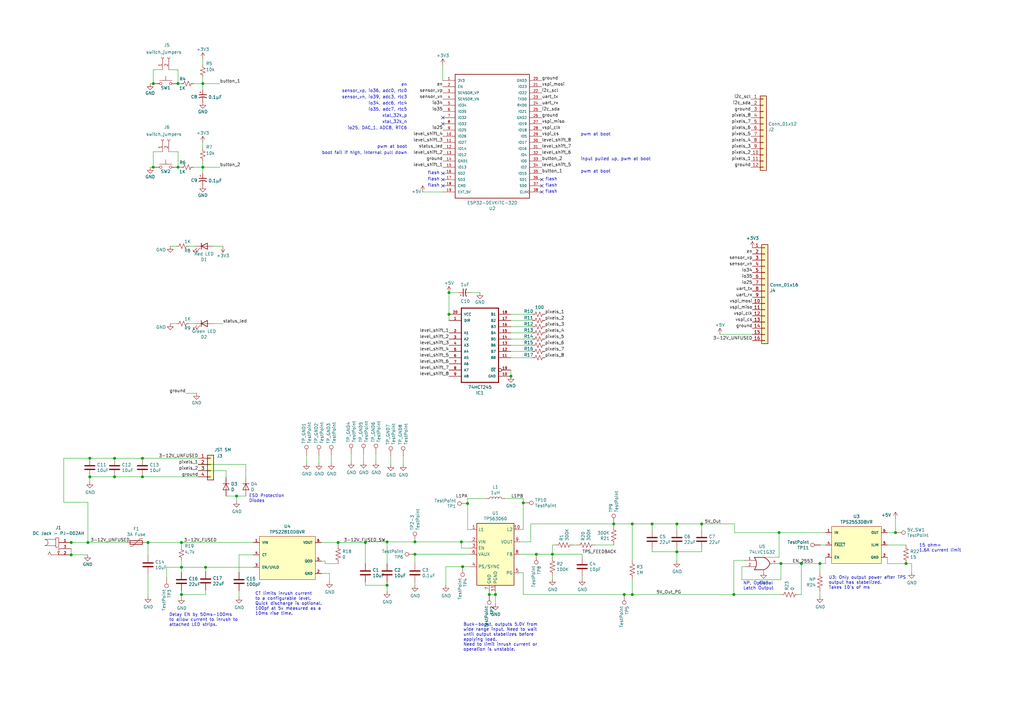
<source format=kicad_sch>
(kicad_sch (version 20201015) (generator eeschema)
  (page 1 1)
  (paper "A3")
  (junction (at 29.21 222.504) (diameter 1.016))
  (junction (at 29.21 227.584) (diameter 1.016))
  (junction (at 36.068 222.504) (diameter 1.016))
  (junction (at 36.83 187.96) (diameter 1.016))
  (junction (at 36.83 195.58) (diameter 1.016))
  (junction (at 46.99 187.96) (diameter 1.016))
  (junction (at 46.99 195.58) (diameter 1.016))
  (junction (at 58.42 187.96) (diameter 1.016))
  (junction (at 58.42 195.58) (diameter 1.016))
  (junction (at 60.706 222.504) (diameter 1.016))
  (junction (at 62.865 34.29) (diameter 1.016))
  (junction (at 62.865 68.58) (diameter 1.016))
  (junction (at 73.025 34.29) (diameter 1.016))
  (junction (at 73.025 68.58) (diameter 1.016))
  (junction (at 74.422 222.504) (diameter 1.016))
  (junction (at 74.422 232.664) (diameter 1.016))
  (junction (at 74.422 243.84) (diameter 1.016))
  (junction (at 83.185 34.29) (diameter 1.016))
  (junction (at 83.185 68.58) (diameter 1.016))
  (junction (at 84.328 232.664) (diameter 1.016))
  (junction (at 97.028 203.454) (diameter 1.016))
  (junction (at 138.684 222.504) (diameter 1.016))
  (junction (at 149.86 222.504) (diameter 1.016))
  (junction (at 158.75 222.25) (diameter 1.016))
  (junction (at 158.75 240.03) (diameter 1.016))
  (junction (at 170.18 222.25) (diameter 1.016))
  (junction (at 170.18 227.33) (diameter 1.016))
  (junction (at 184.15 120.015) (diameter 1.016))
  (junction (at 184.15 128.905) (diameter 1.016))
  (junction (at 189.23 222.25) (diameter 1.016))
  (junction (at 189.738 232.41) (diameter 1.016))
  (junction (at 191.77 206.502) (diameter 1.016))
  (junction (at 200.66 243.84) (diameter 1.016))
  (junction (at 203.2 243.84) (diameter 1.016))
  (junction (at 209.55 154.305) (diameter 1.016))
  (junction (at 214.63 206.248) (diameter 1.016))
  (junction (at 219.964 227.33) (diameter 1.016))
  (junction (at 226.568 227.33) (diameter 1.016))
  (junction (at 251.714 214.884) (diameter 1.016))
  (junction (at 256.032 243.84) (diameter 1.016))
  (junction (at 259.334 214.884) (diameter 1.016))
  (junction (at 259.334 243.84) (diameter 1.016))
  (junction (at 267.462 214.884) (diameter 1.016))
  (junction (at 277.622 214.884) (diameter 1.016))
  (junction (at 277.622 226.314) (diameter 1.016))
  (junction (at 287.782 214.884) (diameter 1.016))
  (junction (at 300.99 243.84) (diameter 1.016))
  (junction (at 319.532 218.44) (diameter 1.016))
  (junction (at 320.294 231.14) (diameter 1.016))
  (junction (at 328.676 231.14) (diameter 1.016))
  (junction (at 336.296 231.14) (diameter 1.016))
  (junction (at 367.284 218.44) (diameter 1.016))
  (junction (at 371.602 231.14) (diameter 1.016))
  (no_connect (at 181.61 48.26))
  (no_connect (at 181.61 76.2))
  (no_connect (at 181.61 50.8))
  (no_connect (at 222.25 73.66))
  (no_connect (at 181.61 73.66))
  (no_connect (at 222.25 78.74))
  (no_connect (at 181.61 71.12))
  (no_connect (at 222.25 76.2))
  (wire (pts (xy 26.162 187.96) (xy 26.162 205.994)))
  (wire (pts (xy 26.162 205.994) (xy 36.068 205.994)))
  (wire (pts (xy 29.083 222.4786) (xy 29.21 222.4786)))
  (wire (pts (xy 29.21 222.4786) (xy 29.21 222.504)))
  (wire (pts (xy 29.21 222.504) (xy 36.068 222.504)))
  (wire (pts (xy 29.21 225.044) (xy 29.21 227.584)))
  (wire (pts (xy 29.21 227.584) (xy 35.941 227.584)))
  (wire (pts (xy 35.941 227.584) (xy 35.941 227.5586)))
  (wire (pts (xy 36.068 205.994) (xy 36.068 222.504)))
  (wire (pts (xy 36.068 222.504) (xy 52.07 222.504)))
  (wire (pts (xy 36.83 187.96) (xy 26.162 187.96)))
  (wire (pts (xy 36.83 187.96) (xy 46.99 187.96)))
  (wire (pts (xy 36.83 195.58) (xy 36.83 197.612)))
  (wire (pts (xy 36.83 195.58) (xy 46.99 195.58)))
  (wire (pts (xy 46.99 187.96) (xy 58.42 187.96)))
  (wire (pts (xy 46.99 195.58) (xy 58.42 195.58)))
  (wire (pts (xy 58.42 187.96) (xy 81.28 187.96)))
  (wire (pts (xy 58.42 195.58) (xy 81.28 195.58)))
  (wire (pts (xy 59.69 222.504) (xy 60.706 222.504)))
  (wire (pts (xy 60.706 222.504) (xy 60.706 227.838)))
  (wire (pts (xy 60.706 222.504) (xy 74.422 222.504)))
  (wire (pts (xy 60.706 235.458) (xy 60.706 244.602)))
  (wire (pts (xy 61.595 34.29) (xy 62.865 34.29)))
  (wire (pts (xy 61.595 68.58) (xy 62.865 68.58)))
  (wire (pts (xy 62.865 28.575) (xy 66.675 28.575)))
  (wire (pts (xy 62.865 34.29) (xy 62.865 28.575)))
  (wire (pts (xy 62.865 62.23) (xy 66.675 62.23)))
  (wire (pts (xy 62.865 68.58) (xy 62.865 62.23)))
  (wire (pts (xy 68.326 232.664) (xy 68.326 236.982)))
  (wire (pts (xy 68.326 232.664) (xy 74.422 232.664)))
  (wire (pts (xy 69.215 28.575) (xy 73.025 28.575)))
  (wire (pts (xy 69.215 62.23) (xy 73.025 62.23)))
  (wire (pts (xy 69.85 100.965) (xy 72.39 100.965)))
  (wire (pts (xy 69.85 132.715) (xy 72.39 132.715)))
  (wire (pts (xy 73.025 28.575) (xy 73.025 34.29)))
  (wire (pts (xy 73.025 34.29) (xy 74.295 34.29)))
  (wire (pts (xy 73.025 62.23) (xy 73.025 68.58)))
  (wire (pts (xy 73.025 68.58) (xy 74.295 68.58)))
  (wire (pts (xy 74.422 222.504) (xy 74.422 224.536)))
  (wire (pts (xy 74.422 222.504) (xy 103.886 222.504)))
  (wire (pts (xy 74.422 229.616) (xy 74.422 232.664)))
  (wire (pts (xy 74.422 232.664) (xy 74.422 234.696)))
  (wire (pts (xy 74.422 232.664) (xy 84.328 232.664)))
  (wire (pts (xy 74.422 242.316) (xy 74.422 243.84)))
  (wire (pts (xy 74.422 243.84) (xy 74.422 245.11)))
  (wire (pts (xy 76.2 161.29) (xy 80.645 161.29)))
  (wire (pts (xy 77.47 100.965) (xy 80.01 100.965)))
  (wire (pts (xy 77.47 132.715) (xy 80.01 132.715)))
  (wire (pts (xy 79.375 34.29) (xy 83.185 34.29)))
  (wire (pts (xy 79.375 68.58) (xy 83.185 68.58)))
  (wire (pts (xy 81.28 190.5) (xy 100.838 190.5)))
  (wire (pts (xy 81.28 193.04) (xy 92.71 193.04)))
  (wire (pts (xy 83.185 24.13) (xy 83.185 26.67)))
  (wire (pts (xy 83.185 31.75) (xy 83.185 34.29)))
  (wire (pts (xy 83.185 34.29) (xy 83.185 36.83)))
  (wire (pts (xy 83.185 34.29) (xy 90.17 34.29)))
  (wire (pts (xy 83.185 58.42) (xy 83.185 60.96)))
  (wire (pts (xy 83.185 66.04) (xy 83.185 68.58)))
  (wire (pts (xy 83.185 68.58) (xy 83.185 71.12)))
  (wire (pts (xy 83.185 68.58) (xy 90.17 68.58)))
  (wire (pts (xy 84.328 232.664) (xy 103.886 232.664)))
  (wire (pts (xy 84.328 234.442) (xy 84.328 232.664)))
  (wire (pts (xy 84.328 242.062) (xy 84.328 243.84)))
  (wire (pts (xy 84.328 243.84) (xy 74.422 243.84)))
  (wire (pts (xy 87.63 100.965) (xy 91.44 100.965)))
  (wire (pts (xy 87.63 132.715) (xy 91.44 132.715)))
  (wire (pts (xy 92.71 193.04) (xy 92.71 195.834)))
  (wire (pts (xy 92.71 203.454) (xy 97.028 203.454)))
  (wire (pts (xy 97.028 203.454) (xy 97.028 205.486)))
  (wire (pts (xy 97.028 203.454) (xy 100.838 203.454)))
  (wire (pts (xy 98.044 227.584) (xy 98.044 234.696)))
  (wire (pts (xy 98.044 242.316) (xy 98.044 244.856)))
  (wire (pts (xy 100.838 190.5) (xy 100.838 195.834)))
  (wire (pts (xy 103.886 227.584) (xy 98.044 227.584)))
  (wire (pts (xy 125.73 186.69) (xy 125.73 189.992)))
  (wire (pts (xy 130.81 186.69) (xy 130.81 189.992)))
  (wire (pts (xy 131.826 222.504) (xy 138.684 222.504)))
  (wire (pts (xy 131.826 230.124) (xy 133.35 230.124)))
  (wire (pts (xy 131.826 235.204) (xy 135.128 235.204)))
  (wire (pts (xy 133.35 231.14) (xy 133.35 230.124)))
  (wire (pts (xy 135.128 235.204) (xy 135.128 238.506)))
  (wire (pts (xy 135.89 186.69) (xy 135.89 189.992)))
  (wire (pts (xy 138.684 222.504) (xy 138.684 223.52)))
  (wire (pts (xy 138.684 222.504) (xy 149.86 222.504)))
  (wire (pts (xy 138.684 231.14) (xy 133.35 231.14)))
  (wire (pts (xy 144.018 186.182) (xy 144.018 189.484)))
  (wire (pts (xy 149.098 186.182) (xy 149.098 189.484)))
  (wire (pts (xy 149.86 222.25) (xy 149.86 222.504)))
  (wire (pts (xy 149.86 222.504) (xy 149.86 231.14)))
  (wire (pts (xy 149.86 238.76) (xy 149.86 240.03)))
  (wire (pts (xy 149.86 240.03) (xy 158.75 240.03)))
  (wire (pts (xy 154.178 186.182) (xy 154.178 189.484)))
  (wire (pts (xy 158.75 222.25) (xy 149.86 222.25)))
  (wire (pts (xy 158.75 222.25) (xy 158.75 231.14)))
  (wire (pts (xy 158.75 238.76) (xy 158.75 240.03)))
  (wire (pts (xy 158.75 240.03) (xy 158.75 242.57)))
  (wire (pts (xy 160.274 187.198) (xy 160.274 190.5)))
  (wire (pts (xy 165.354 187.198) (xy 165.354 190.5)))
  (wire (pts (xy 170.18 222.25) (xy 158.75 222.25)))
  (wire (pts (xy 170.18 227.33) (xy 170.18 231.14)))
  (wire (pts (xy 170.18 238.76) (xy 170.18 240.03)))
  (wire (pts (xy 173.355 78.74) (xy 181.61 78.74)))
  (wire (pts (xy 181.61 26.67) (xy 181.61 33.02)))
  (wire (pts (xy 182.88 232.41) (xy 182.88 240.03)))
  (wire (pts (xy 184.15 120.015) (xy 184.15 128.905)))
  (wire (pts (xy 184.15 120.015) (xy 187.96 120.015)))
  (wire (pts (xy 184.15 128.905) (xy 184.15 131.445)))
  (wire (pts (xy 189.23 222.25) (xy 170.18 222.25)))
  (wire (pts (xy 189.23 224.79) (xy 189.23 222.25)))
  (wire (pts (xy 189.738 232.41) (xy 182.88 232.41)))
  (wire (pts (xy 191.77 204.47) (xy 191.77 206.502)))
  (wire (pts (xy 191.77 206.502) (xy 191.77 217.17)))
  (wire (pts (xy 191.77 217.17) (xy 193.04 217.17)))
  (wire (pts (xy 193.04 120.015) (xy 196.85 120.015)))
  (wire (pts (xy 193.04 222.25) (xy 189.23 222.25)))
  (wire (pts (xy 193.04 224.79) (xy 189.23 224.79)))
  (wire (pts (xy 193.04 227.33) (xy 170.18 227.33)))
  (wire (pts (xy 193.04 232.41) (xy 189.738 232.41)))
  (wire (pts (xy 199.39 204.47) (xy 191.77 204.47)))
  (wire (pts (xy 200.66 242.57) (xy 200.66 243.84)))
  (wire (pts (xy 200.66 243.84) (xy 203.2 243.84)))
  (wire (pts (xy 203.2 242.57) (xy 203.2 243.84)))
  (wire (pts (xy 203.2 243.84) (xy 203.2 247.65)))
  (wire (pts (xy 207.01 204.47) (xy 214.63 204.47)))
  (wire (pts (xy 209.55 128.905) (xy 218.44 128.905)))
  (wire (pts (xy 209.55 131.445) (xy 218.44 131.445)))
  (wire (pts (xy 209.55 133.985) (xy 218.44 133.985)))
  (wire (pts (xy 209.55 136.525) (xy 218.44 136.525)))
  (wire (pts (xy 209.55 139.065) (xy 218.44 139.065)))
  (wire (pts (xy 209.55 141.605) (xy 218.44 141.605)))
  (wire (pts (xy 209.55 144.145) (xy 218.44 144.145)))
  (wire (pts (xy 209.55 146.685) (xy 218.44 146.685)))
  (wire (pts (xy 209.55 151.765) (xy 209.55 154.305)))
  (wire (pts (xy 213.36 217.17) (xy 214.63 217.17)))
  (wire (pts (xy 213.36 222.25) (xy 217.678 222.25)))
  (wire (pts (xy 213.36 227.33) (xy 219.964 227.33)))
  (wire (pts (xy 214.63 204.47) (xy 214.63 206.248)))
  (wire (pts (xy 214.63 206.248) (xy 214.63 217.17)))
  (wire (pts (xy 214.63 234.95) (xy 213.36 234.95)))
  (wire (pts (xy 214.63 243.84) (xy 214.63 234.95)))
  (wire (pts (xy 217.678 214.884) (xy 251.714 214.884)))
  (wire (pts (xy 217.678 222.25) (xy 217.678 214.884)))
  (wire (pts (xy 219.964 227.33) (xy 226.568 227.33)))
  (wire (pts (xy 226.568 223.52) (xy 226.568 227.33)))
  (wire (pts (xy 226.568 227.33) (xy 226.568 228.6)))
  (wire (pts (xy 226.568 227.33) (xy 238.76 227.33)))
  (wire (pts (xy 226.568 236.22) (xy 226.568 237.49)))
  (wire (pts (xy 227.584 223.52) (xy 226.568 223.52)))
  (wire (pts (xy 235.204 223.52) (xy 236.474 223.52)))
  (wire (pts (xy 238.76 227.33) (xy 238.76 228.6)))
  (wire (pts (xy 238.76 236.22) (xy 238.76 237.49)))
  (wire (pts (xy 244.094 223.52) (xy 251.714 223.52)))
  (wire (pts (xy 251.714 214.884) (xy 251.714 215.9)))
  (wire (pts (xy 251.714 214.884) (xy 259.334 214.884)))
  (wire (pts (xy 256.032 243.84) (xy 214.63 243.84)))
  (wire (pts (xy 259.334 214.884) (xy 259.334 229.87)))
  (wire (pts (xy 259.334 214.884) (xy 267.462 214.884)))
  (wire (pts (xy 259.334 237.49) (xy 259.334 243.84)))
  (wire (pts (xy 259.334 243.84) (xy 256.032 243.84)))
  (wire (pts (xy 259.334 243.84) (xy 300.99 243.84)))
  (wire (pts (xy 267.462 214.884) (xy 277.622 214.884)))
  (wire (pts (xy 267.462 217.424) (xy 267.462 214.884)))
  (wire (pts (xy 267.462 226.314) (xy 267.462 225.044)))
  (wire (pts (xy 277.622 214.884) (xy 277.622 217.424)))
  (wire (pts (xy 277.622 214.884) (xy 287.782 214.884)))
  (wire (pts (xy 277.622 225.044) (xy 277.622 226.314)))
  (wire (pts (xy 277.622 226.314) (xy 267.462 226.314)))
  (wire (pts (xy 277.622 226.314) (xy 277.622 230.124)))
  (wire (pts (xy 287.782 214.884) (xy 287.782 217.424)))
  (wire (pts (xy 287.782 214.884) (xy 301.244 214.884)))
  (wire (pts (xy 287.782 225.044) (xy 287.782 226.314)))
  (wire (pts (xy 287.782 226.314) (xy 277.622 226.314)))
  (wire (pts (xy 295.275 137.16) (xy 308.61 137.16)))
  (wire (pts (xy 300.99 229.87) (xy 300.99 243.84)))
  (wire (pts (xy 300.99 243.84) (xy 320.04 243.84)))
  (wire (pts (xy 301.244 214.884) (xy 301.244 218.44)))
  (wire (pts (xy 301.244 218.44) (xy 319.532 218.44)))
  (wire (pts (xy 304.292 232.41) (xy 304.292 237.744)))
  (wire (pts (xy 304.292 237.744) (xy 320.294 237.744)))
  (wire (pts (xy 305.562 229.87) (xy 300.99 229.87)))
  (wire (pts (xy 305.562 232.41) (xy 304.292 232.41)))
  (wire (pts (xy 313.182 228.6) (xy 319.532 228.6)))
  (wire (pts (xy 313.182 233.68) (xy 313.182 234.696)))
  (wire (pts (xy 319.532 218.44) (xy 338.582 218.44)))
  (wire (pts (xy 319.532 228.6) (xy 319.532 218.44)))
  (wire (pts (xy 319.532 231.14) (xy 320.294 231.14)))
  (wire (pts (xy 320.294 231.14) (xy 328.676 231.14)))
  (wire (pts (xy 320.294 237.744) (xy 320.294 231.14)))
  (wire (pts (xy 327.66 243.84) (xy 328.676 243.84)))
  (wire (pts (xy 328.676 231.14) (xy 336.296 231.14)))
  (wire (pts (xy 328.676 243.84) (xy 328.676 231.14)))
  (wire (pts (xy 336.296 231.14) (xy 336.296 234.95)))
  (wire (pts (xy 336.296 231.14) (xy 338.582 231.14)))
  (wire (pts (xy 336.296 242.57) (xy 336.296 244.602)))
  (wire (pts (xy 336.55 223.52) (xy 338.582 223.52)))
  (wire (pts (xy 338.582 228.6) (xy 338.582 231.14)))
  (wire (pts (xy 363.982 218.44) (xy 367.284 218.44)))
  (wire (pts (xy 363.982 223.52) (xy 371.602 223.52)))
  (wire (pts (xy 363.982 228.6) (xy 363.982 231.14)))
  (wire (pts (xy 363.982 231.14) (xy 371.602 231.14)))
  (wire (pts (xy 367.284 218.44) (xy 367.284 212.598)))
  (wire (pts (xy 371.602 231.14) (xy 373.888 231.14)))
  (wire (pts (xy 373.888 231.14) (xy 373.888 234.696)))
  (text "Delay EN by 50ms-100ms\nto allow current to inrush to\nattached LED strips." (at 69.342 257.048 0) (effects (font (size 1.27 1.27)) (justify left bottom)))
  (text "ESD Protection\nDiodes" (at 102.108 206.248 0) (effects (font (size 1.27 1.27)) (justify left bottom)))
  (text "CT limits inrush current \nto a configurable level.\nQuick discharge is optional.\n100pf at 5v measured as a \n10ms rise time." (at 104.648 252.476 0) (effects (font (size 1.27 1.27)) (justify left bottom)))
  (text "en" (at 167.005 35.56 180) (effects (font (size 1.27 1.27)) (justify right bottom)))
  (text "sensor_vp, io36, adc0, rtc0" (at 167.005 38.1 180) (effects (font (size 1.27 1.27)) (justify right bottom)))
  (text "sensor_vn, io39, adc3, rtc3" (at 167.005 40.64 180) (effects (font (size 1.27 1.27)) (justify right bottom)))
  (text "io34, adc6, rtc4" (at 167.005 43.18 180) (effects (font (size 1.27 1.27)) (justify right bottom)))
  (text "io35, adc7, rtc5" (at 167.005 45.72 180) (effects (font (size 1.27 1.27)) (justify right bottom)))
  (text "xtal_32k_p" (at 167.005 48.26 180) (effects (font (size 1.27 1.27)) (justify right bottom)))
  (text "xtal_32k_n" (at 167.005 50.8 180) (effects (font (size 1.27 1.27)) (justify right bottom)))
  (text "io25, DAC_1, ADC8, RTC6" (at 167.005 53.34 180) (effects (font (size 1.27 1.27)) (justify right bottom)))
  (text "pwm at boot" (at 167.005 60.96 180) (effects (font (size 1.27 1.27)) (justify right bottom)))
  (text "boot fail if high, internal pull down" (at 167.005 63.5 180) (effects (font (size 1.27 1.27)) (justify right bottom)))
  (text "flash\n" (at 180.34 71.755 180) (effects (font (size 1.27 1.27)) (justify right bottom)))
  (text "flash\n" (at 180.34 74.295 180) (effects (font (size 1.27 1.27)) (justify right bottom)))
  (text "flash\n" (at 180.34 76.835 180) (effects (font (size 1.27 1.27)) (justify right bottom)))
  (text "Buck-boost, outputs 5.0V from\nwide range input. Need to wait\nuntil output stabelizes before\napplying load.\nNeed to limit inrush current or\noperation is unstable." (at 189.992 267.208 0) (effects (font (size 1.27 1.27)) (justify left bottom)))
  (text "flash\n" (at 228.6 74.295 180) (effects (font (size 1.27 1.27)) (justify right bottom)))
  (text "flash\n" (at 228.6 76.835 180) (effects (font (size 1.27 1.27)) (justify right bottom)))
  (text "flash\n" (at 228.6 79.375 180) (effects (font (size 1.27 1.27)) (justify right bottom)))
  (text "pwm at boot" (at 238.125 55.88 0) (effects (font (size 1.27 1.27)) (justify left bottom)))
  (text "input pulled up, pwm at boot" (at 238.125 66.04 0) (effects (font (size 1.27 1.27)) (justify left bottom)))
  (text "pwm at boot" (at 238.125 71.12 0) (effects (font (size 1.27 1.27)) (justify left bottom)))
  (text "NP, Optional\nLatch Output" (at 304.8 242.062 0) (effects (font (size 1.27 1.27)) (justify left bottom)))
  (text "U3: Only output power after TPS\noutput has stabelized. \nTakes 10's of ms" (at 339.852 241.808 0) (effects (font (size 1.27 1.27)) (justify left bottom)))
  (text "15 ohm=\n1.6A current limit" (at 376.936 226.568 0) (effects (font (size 1.27 1.27)) (justify left bottom)))
  (label "3-12V_UNFUSED" (at 37.084 222.504 0))
  (label "ground" (at 76.2 161.29 180))
  (label "3-12V_UNFUSED" (at 81.28 187.96 180))
  (label "pixels_1" (at 81.28 190.5 180))
  (label "pixels_2" (at 81.28 193.04 180))
  (label "ground" (at 81.28 195.58 180))
  (label "3-12V_FUSED" (at 88.9 222.504 180))
  (label "button_1" (at 90.17 34.29 0))
  (label "button_2" (at 90.17 68.58 0))
  (label "status_led" (at 91.44 132.715 0))
  (label "3-12V_FUSED_SW" (at 140.97 222.504 0))
  (label "en" (at 181.61 35.56 180))
  (label "sensor_vp" (at 181.61 38.1 180))
  (label "sensor_vn" (at 181.61 40.64 180))
  (label "io34" (at 181.61 43.18 180))
  (label "io35" (at 181.61 45.72 180))
  (label "io25" (at 181.61 53.34 180))
  (label "level_shift_4" (at 181.61 55.88 180))
  (label "level_shift_3" (at 181.61 58.42 180))
  (label "status_led" (at 181.61 60.96 180))
  (label "level_shift_2" (at 181.61 63.5 180))
  (label "ground" (at 181.61 66.04 180))
  (label "level_shift_1" (at 181.61 68.58 180))
  (label "level_shift_1" (at 184.15 136.525 180))
  (label "level_shift_2" (at 184.15 139.065 180))
  (label "level_shift_3" (at 184.15 141.605 180))
  (label "level_shift_4" (at 184.15 144.145 180))
  (label "level_shift_5" (at 184.15 146.685 180))
  (label "level_shift_6" (at 184.15 149.225 180))
  (label "level_shift_7" (at 184.15 151.765 180))
  (label "level_shift_8" (at 184.15 154.305 180))
  (label "L1PA" (at 191.77 204.47 180))
  (label "L1PB" (at 214.63 204.47 180))
  (label "ground" (at 222.25 33.02 0))
  (label "vspi_mosi" (at 222.25 35.56 0))
  (label "i2c_scl" (at 222.25 38.1 0))
  (label "uart_tx" (at 222.25 40.64 0))
  (label "uart_rx" (at 222.25 43.18 0))
  (label "i2c_sda" (at 222.25 45.72 0))
  (label "ground" (at 222.25 48.26 0))
  (label "vspi_miso" (at 222.25 50.8 0))
  (label "vspi_clk" (at 222.25 53.34 0))
  (label "vspi_cs" (at 222.25 55.88 0))
  (label "level_shift_8" (at 222.25 58.42 0))
  (label "level_shift_7" (at 222.25 60.96 0))
  (label "level_shift_6" (at 222.25 63.5 0))
  (label "button_2" (at 222.25 66.04 0))
  (label "level_shift_5" (at 222.25 68.58 0))
  (label "button_1" (at 222.25 71.12 0))
  (label "pixels_1" (at 223.52 128.905 0))
  (label "pixels_2" (at 223.52 131.445 0))
  (label "pixels_3" (at 223.52 133.985 0))
  (label "pixels_4" (at 223.52 136.525 0))
  (label "pixels_5" (at 223.52 139.065 0))
  (label "pixels_6" (at 223.52 141.605 0))
  (label "pixels_7" (at 223.52 144.145 0))
  (label "pixels_8" (at 223.52 146.685 0))
  (label "TPS_FEEDBACK" (at 238.76 227.33 0))
  (label "5V_Out_PG" (at 279.4 243.84 180))
  (label "5V_Out" (at 295.656 214.884 180))
  (label "i2c_scl" (at 307.975 40.64 180))
  (label "i2c_sda" (at 307.975 43.18 180))
  (label "ground" (at 307.975 45.72 180))
  (label "pixels_8" (at 307.975 48.26 180))
  (label "pixels_7" (at 307.975 50.8 180))
  (label "pixels_6" (at 307.975 53.34 180))
  (label "pixels_5" (at 307.975 55.88 180))
  (label "pixels_4" (at 307.975 58.42 180))
  (label "pixels_3" (at 307.975 60.96 180))
  (label "pixels_2" (at 307.975 63.5 180))
  (label "pixels_1" (at 307.975 66.04 180))
  (label "ground" (at 307.975 68.58 180))
  (label "en" (at 308.61 104.14 180))
  (label "sensor_vp" (at 308.61 106.68 180))
  (label "sensor_vn" (at 308.61 109.22 180))
  (label "io34" (at 308.61 111.76 180))
  (label "io35" (at 308.61 114.3 180))
  (label "io25" (at 308.61 116.84 180))
  (label "uart_tx" (at 308.61 119.38 180))
  (label "uart_rx" (at 308.61 121.92 180))
  (label "vspi_mosi" (at 308.61 124.46 180))
  (label "vspi_miso" (at 308.61 127 180))
  (label "vspi_clk" (at 308.61 129.54 180))
  (label "vspi_cs" (at 308.61 132.08 180))
  (label "ground" (at 308.61 134.62 180))
  (label "3-12V_UNFUSED" (at 308.61 139.7 180))
  (label "EN_2553" (at 333.502 231.14 180))
  (symbol (lib_id "Connector:TestPoint") (at 68.326 236.982 180) (unit 1)
    (property "Reference" "TP3" (at 69.469 241.681 90) (effects (justify left)))
    (property "Value" "TestPoint" (at 67.183 241.681 90) (effects (justify left)))
    (property "Footprint" "TestPoint:TestPoint_Pad_D1.0mm" (effects hide))
  )
  (symbol (lib_id "Connector:TestPoint") (at 125.73 186.69 0) (unit 1)
    (property "Reference" "TP_GND1" (at 124.587 181.991 90) (effects (justify left)))
    (property "Value" "TestPoint" (at 126.873 181.991 90) (effects (justify left)))
    (property "Footprint" "TestPoint:TestPoint_Pad_D1.0mm" (effects hide))
  )
  (symbol (lib_id "Connector:TestPoint") (at 130.81 186.69 0) (unit 1)
    (property "Reference" "TP_GND2" (at 129.667 181.991 90) (effects (justify left)))
    (property "Value" "TestPoint" (at 131.953 181.991 90) (effects (justify left)))
    (property "Footprint" "TestPoint:TestPoint_Pad_D1.0mm" (effects hide))
  )
  (symbol (lib_id "Connector:TestPoint") (at 135.89 186.69 0) (unit 1)
    (property "Reference" "TP_GND3" (at 134.747 181.991 90) (effects (justify left)))
    (property "Value" "TestPoint" (at 137.033 181.991 90) (effects (justify left)))
    (property "Footprint" "TestPoint:TestPoint_Pad_D1.0mm" (effects hide))
  )
  (symbol (lib_id "Connector:TestPoint") (at 144.018 186.182 0) (unit 1)
    (property "Reference" "TP_GND4" (at 142.875 181.483 90) (effects (justify left)))
    (property "Value" "TestPoint" (at 145.161 181.483 90) (effects (justify left)))
    (property "Footprint" "TestPoint:TestPoint_Pad_D1.0mm" (effects hide))
  )
  (symbol (lib_id "Connector:TestPoint") (at 149.098 186.182 0) (unit 1)
    (property "Reference" "TP_GND5" (at 147.955 181.483 90) (effects (justify left)))
    (property "Value" "TestPoint" (at 150.241 181.483 90) (effects (justify left)))
    (property "Footprint" "TestPoint:TestPoint_Pad_D1.0mm" (effects hide))
  )
  (symbol (lib_id "Connector:TestPoint") (at 154.178 186.182 0) (unit 1)
    (property "Reference" "TP_GND6" (at 153.035 181.483 90) (effects (justify left)))
    (property "Value" "TestPoint" (at 155.321 181.483 90) (effects (justify left)))
    (property "Footprint" "TestPoint:TestPoint_Pad_D1.0mm" (effects hide))
  )
  (symbol (lib_id "Connector:TestPoint") (at 160.274 187.198 0) (unit 1)
    (property "Reference" "TP_GND7" (at 159.131 182.499 90) (effects (justify left)))
    (property "Value" "TestPoint" (at 161.417 182.499 90) (effects (justify left)))
    (property "Footprint" "TestPoint:TestPoint_Pad_D1.0mm" (effects hide))
  )
  (symbol (lib_id "Connector:TestPoint") (at 165.354 187.198 0) (unit 1)
    (property "Reference" "TP_GND8" (at 164.211 182.499 90) (effects (justify left)))
    (property "Value" "TestPoint" (at 166.497 182.499 90) (effects (justify left)))
    (property "Footprint" "TestPoint:TestPoint_Pad_D1.0mm" (effects hide))
  )
  (symbol (lib_id "Connector:TestPoint") (at 170.18 222.25 0) (unit 1)
    (property "Reference" "TP2-3" (at 169.037 217.551 90) (effects (justify left)))
    (property "Value" "TestPoint" (at 171.323 217.551 90) (effects (justify left)))
    (property "Footprint" "TestPoint:TestPoint_Pad_D1.0mm" (effects hide))
  )
  (symbol (lib_id "Connector:TestPoint") (at 170.18 227.33 90) (unit 1)
    (property "Reference" "TP6" (at 165.481 228.473 90) (effects (justify left)))
    (property "Value" "TestPoint" (at 165.481 226.187 90) (effects (justify left)))
    (property "Footprint" "TestPoint:TestPoint_Pad_D1.0mm" (effects hide))
  )
  (symbol (lib_id "Connector:TestPoint") (at 189.738 232.41 180) (unit 1)
    (property "Reference" "TP4" (at 190.881 237.109 90) (effects (justify left)))
    (property "Value" "TestPoint" (at 188.595 237.109 90) (effects (justify left)))
    (property "Footprint" "TestPoint:TestPoint_Pad_D1.0mm" (effects hide))
  )
  (symbol (lib_id "Connector:TestPoint") (at 191.77 206.502 90) (unit 1)
    (property "Reference" "TP1" (at 187.071 207.645 90) (effects (justify left)))
    (property "Value" "TestPoint" (at 187.071 205.359 90) (effects (justify left)))
    (property "Footprint" "TestPoint:TestPoint_Pad_D1.0mm" (effects hide))
  )
  (symbol (lib_id "Connector:TestPoint") (at 200.66 243.84 180) (unit 1)
    (property "Reference" "TP2" (at 201.8032 248.539 90) (effects (justify left)))
    (property "Value" "TestPoint" (at 199.517 248.539 90) (effects (justify left)))
    (property "Footprint" "TestPoint:TestPoint_Pad_D1.0mm" (effects hide))
  )
  (symbol (lib_id "Connector:TestPoint") (at 214.63 206.248 270) (unit 1)
    (property "Reference" "TP10" (at 219.329 205.105 90) (effects (justify left)))
    (property "Value" "TestPoint" (at 219.329 207.391 90) (effects (justify left)))
    (property "Footprint" "TestPoint:TestPoint_Pad_D1.0mm" (effects hide))
  )
  (symbol (lib_id "Connector:TestPoint") (at 219.964 227.33 180) (unit 1)
    (property "Reference" "TP8" (at 221.107 232.029 90) (effects (justify left)))
    (property "Value" "TestPoint" (at 218.821 232.029 90) (effects (justify left)))
    (property "Footprint" "TestPoint:TestPoint_Pad_D1.0mm" (effects hide))
  )
  (symbol (lib_id "Connector:TestPoint") (at 251.714 214.884 0) (unit 1)
    (property "Reference" "TP9" (at 250.571 210.185 90) (effects (justify left)))
    (property "Value" "TestPoint" (at 252.857 210.185 90) (effects (justify left)))
    (property "Footprint" "TestPoint:TestPoint_Pad_D1.0mm" (effects hide))
  )
  (symbol (lib_id "Connector:TestPoint") (at 256.032 243.84 180) (unit 1)
    (property "Reference" "TP5" (at 257.1752 248.539 90) (effects (justify left)))
    (property "Value" "TestPoint" (at 254.889 248.539 90) (effects (justify left)))
    (property "Footprint" "TestPoint:TestPoint_Pad_D1.0mm" (effects hide))
  )
  (symbol (lib_id "Connector:TestPoint") (at 336.55 223.52 90) (unit 1)
    (property "Reference" "TP11" (at 331.851 224.6632 90) (effects (justify left)))
    (property "Value" "TestPoint" (at 331.851 222.377 90) (effects (justify left)))
    (property "Footprint" "TestPoint:TestPoint_Pad_D1.0mm" (effects hide))
  )
  (symbol (lib_id "Connector:TestPoint") (at 367.284 218.44 270) (unit 1)
    (property "Reference" "5V_SW1" (at 371.983 217.297 90) (effects (justify left)))
    (property "Value" "TestPoint" (at 371.983 219.583 90) (effects (justify left)))
    (property "Footprint" "TestPoint:TestPoint_Pad_D1.0mm" (effects hide))
  )
  (symbol (lib_id "power:+3.3V") (at 83.185 24.13 0) (unit 1)
    (property "Reference" "#PWR0102" (effects hide))
    (property "Value" "+3.3V" (at 83.185 20.2438 0))
  )
  (symbol (lib_id "power:+3.3V") (at 83.185 58.42 0) (unit 1)
    (property "Reference" "#PWR0103" (effects hide))
    (property "Value" "+3.3V" (at 83.185 54.5338 0))
  )
  (symbol (lib_id "power:+3.3V") (at 91.44 100.965 180) (unit 1)
    (property "Reference" "#PWR03" (effects hide))
    (property "Value" "+3.3V" (at 91.44 104.8512 0))
  )
  (symbol (lib_id "power:+5V") (at 173.355 78.74 0) (unit 1)
    (property "Reference" "#PWR017" (effects hide))
    (property "Value" "+5V" (at 170.815 78.5368 0))
  )
  (symbol (lib_id "power:+3.3V") (at 181.61 26.67 0) (unit 1)
    (property "Reference" "#PWR019" (effects hide))
    (property "Value" "+3.3V" (at 181.61 22.7838 0))
  )
  (symbol (lib_id "power:+5V") (at 184.15 120.015 0) (unit 1)
    (property "Reference" "#PWR028" (effects hide))
    (property "Value" "+5V" (at 184.15 116.1034 0))
  )
  (symbol (lib_id "power:+5V") (at 295.275 137.16 0) (unit 1)
    (property "Reference" "#PWR0105" (effects hide))
    (property "Value" "+5V" (at 295.275 133.2484 0))
  )
  (symbol (lib_id "power:+3.3V") (at 308.61 101.6 0) (unit 1)
    (property "Reference" "#PWR0101" (effects hide))
    (property "Value" "+3.3V" (at 308.61 97.7138 0))
  )
  (symbol (lib_id "power:+5V") (at 367.284 212.598 0) (unit 1)
    (property "Reference" "#PWR035" (effects hide))
    (property "Value" "+5V" (at 363.474 211.2264 0))
  )
  (symbol (lib_id "Device:L") (at 203.2 204.47 90) (unit 1)
    (property "Reference" "L1" (at 203.2 199.7456 90))
    (property "Value" "1uH" (at 203.2 202.057 90))
    (property "Footprint" "Inductor_SMD:L_Taiyo-Yuden_NR-40xx_HandSoldering" (effects hide))
    (property "Supplier" "DigiKey" (effects hide))
    (property "DigiKeyPN" "587-2888-1-ND" (effects hide))
    (property "DigiKey100" "0.179" (effects hide))
    (property "Mouser100" "0.171" (effects hide))
    (property "MouserPN" "963-NRS4018T1R0NDGJ" (effects hide))
  )
  (symbol (lib_id "power:GND") (at 35.941 227.5586 0) (unit 1)
    (property "Reference" "#PWR02" (effects hide))
    (property "Value" "GND" (at 35.941 231.4702 0))
  )
  (symbol (lib_id "power:GND") (at 36.83 197.612 0) (unit 1)
    (property "Reference" "#PWR0114" (effects hide))
    (property "Value" "GND" (at 36.957 201.93 0))
  )
  (symbol (lib_id "power:GND") (at 60.706 244.602 0) (unit 1)
    (property "Reference" "#PWR0112" (effects hide))
    (property "Value" "GND" (at 60.833 248.92 0))
  )
  (symbol (lib_id "power:GND") (at 61.595 34.29 0) (unit 1)
    (property "Reference" "#PWR06" (effects hide))
    (property "Value" "GND" (at 61.595 38.2016 0))
  )
  (symbol (lib_id "power:GND") (at 61.595 68.58 0) (unit 1)
    (property "Reference" "#PWR05" (effects hide))
    (property "Value" "GND" (at 61.595 72.4916 0))
  )
  (symbol (lib_id "power:GND") (at 69.85 100.965 0) (unit 1)
    (property "Reference" "#PWR01" (effects hide))
    (property "Value" "GND" (at 66.04 102.4382 0))
  )
  (symbol (lib_id "power:GND") (at 69.85 132.715 0) (unit 1)
    (property "Reference" "#PWR0104" (effects hide))
    (property "Value" "GND" (at 66.04 134.1882 0))
  )
  (symbol (lib_id "power:GND") (at 74.422 245.11 0) (unit 1)
    (property "Reference" "#PWR0115" (effects hide))
    (property "Value" "GND" (at 74.549 249.428 0))
  )
  (symbol (lib_id "power:GND") (at 80.645 161.29 0) (unit 1)
    (property "Reference" "#PWR027" (effects hide))
    (property "Value" "GND" (at 80.645 165.2016 0))
  )
  (symbol (lib_id "power:GND") (at 83.185 41.91 0) (unit 1)
    (property "Reference" "#PWR014" (effects hide))
    (property "Value" "GND" (at 83.185 45.8216 0))
  )
  (symbol (lib_id "power:GND") (at 83.185 76.2 0) (unit 1)
    (property "Reference" "#PWR011" (effects hide))
    (property "Value" "GND" (at 83.185 80.1116 0))
  )
  (symbol (lib_id "power:GND") (at 97.028 205.486 0) (unit 1)
    (property "Reference" "#PWR0122" (effects hide))
    (property "Value" "GND" (at 97.155 209.804 0))
  )
  (symbol (lib_id "power:GND") (at 98.044 244.856 0) (unit 1)
    (property "Reference" "#PWR0111" (effects hide))
    (property "Value" "GND" (at 98.171 249.174 0))
  )
  (symbol (lib_id "power:GND") (at 125.73 189.992 0) (unit 1)
    (property "Reference" "#PWR0109" (effects hide))
    (property "Value" "GND" (at 125.857 194.31 0))
  )
  (symbol (lib_id "power:GND") (at 130.81 189.992 0) (unit 1)
    (property "Reference" "#PWR0110" (effects hide))
    (property "Value" "GND" (at 130.937 194.31 0))
  )
  (symbol (lib_id "power:GND") (at 135.128 238.506 0) (unit 1)
    (property "Reference" "#PWR0107" (effects hide))
    (property "Value" "GND" (at 135.255 242.824 0))
  )
  (symbol (lib_id "power:GND") (at 135.89 189.992 0) (unit 1)
    (property "Reference" "#PWR0108" (effects hide))
    (property "Value" "GND" (at 136.017 194.31 0))
  )
  (symbol (lib_id "power:GND") (at 144.018 189.484 0) (unit 1)
    (property "Reference" "#PWR0117" (effects hide))
    (property "Value" "GND" (at 144.145 193.802 0))
  )
  (symbol (lib_id "power:GND") (at 149.098 189.484 0) (unit 1)
    (property "Reference" "#PWR0118" (effects hide))
    (property "Value" "GND" (at 149.225 193.802 0))
  )
  (symbol (lib_id "power:GND") (at 154.178 189.484 0) (unit 1)
    (property "Reference" "#PWR0119" (effects hide))
    (property "Value" "GND" (at 154.305 193.802 0))
  )
  (symbol (lib_id "power:GND") (at 158.75 242.57 0) (unit 1)
    (property "Reference" "#PWR08" (effects hide))
    (property "Value" "GND" (at 158.877 246.888 0))
  )
  (symbol (lib_id "power:GND") (at 160.274 190.5 0) (unit 1)
    (property "Reference" "#PWR0121" (effects hide))
    (property "Value" "GND" (at 160.401 194.818 0))
  )
  (symbol (lib_id "power:GND") (at 165.354 190.5 0) (unit 1)
    (property "Reference" "#PWR0120" (effects hide))
    (property "Value" "GND" (at 165.481 194.818 0))
  )
  (symbol (lib_id "power:GND") (at 170.18 240.03 0) (unit 1)
    (property "Reference" "#PWR012" (effects hide))
    (property "Value" "GND" (at 170.307 244.348 0))
  )
  (symbol (lib_id "power:GND") (at 182.88 240.03 0) (unit 1)
    (property "Reference" "#PWR016" (effects hide))
    (property "Value" "GND" (at 183.007 244.348 0))
  )
  (symbol (lib_id "power:GND") (at 196.85 120.015 0) (unit 1)
    (property "Reference" "#PWR032" (effects hide))
    (property "Value" "GND" (at 196.85 123.9266 0))
  )
  (symbol (lib_id "power:GND") (at 203.2 247.65 0) (unit 1)
    (property "Reference" "#PWR020" (effects hide))
    (property "Value" "GND" (at 203.327 251.968 0))
  )
  (symbol (lib_id "power:GND") (at 209.55 154.305 0) (unit 1)
    (property "Reference" "#PWR034" (effects hide))
    (property "Value" "GND" (at 209.55 158.2166 0))
  )
  (symbol (lib_id "power:GND") (at 226.568 237.49 0) (unit 1)
    (property "Reference" "#PWR021" (effects hide))
    (property "Value" "GND" (at 226.695 241.808 0))
  )
  (symbol (lib_id "power:GND") (at 238.76 237.49 0) (unit 1)
    (property "Reference" "#PWR022" (effects hide))
    (property "Value" "GND" (at 238.887 241.808 0))
  )
  (symbol (lib_id "power:GND") (at 277.622 230.124 0) (unit 1)
    (property "Reference" "#PWR033" (effects hide))
    (property "Value" "GND" (at 277.749 234.442 0))
  )
  (symbol (lib_id "power:GND") (at 313.182 234.696 0) (unit 1)
    (property "Reference" "#PWR0116" (effects hide))
    (property "Value" "GND" (at 313.309 239.014 0))
  )
  (symbol (lib_id "power:GND") (at 336.296 244.602 0) (unit 1)
    (property "Reference" "#PWR0113" (effects hide))
    (property "Value" "GND" (at 336.423 248.92 0))
  )
  (symbol (lib_id "power:GND") (at 373.888 234.696 0) (unit 1)
    (property "Reference" "#PWR0106" (effects hide))
    (property "Value" "GND" (at 374.015 239.014 0))
  )
  (symbol (lib_id "Device:R_Small_US") (at 74.422 227.076 0) (unit 1)
    (property "Reference" "R19" (at 75.692 223.9264 0) (effects (justify left)))
    (property "Value" "4.7k" (at 75.692 226.4156 0) (effects (justify left)))
    (property "Footprint" "Resistor_SMD:R_0402_1005Metric" (effects hide))
    (property "LCSC" "C25900" (effects hide))
  )
  (symbol (lib_id "Device:R_Small_US") (at 74.93 100.965 270) (unit 1)
    (property "Reference" "R8" (at 75.5396 102.8446 90) (effects (justify left)))
    (property "Value" "1K" (at 75.5904 99.0854 90) (effects (justify left)))
    (property "Footprint" "Resistor_SMD:R_0402_1005Metric" (effects hide))
    (property "LCSC" "C11702" (effects hide))
  )
  (symbol (lib_id "Device:R_Small_US") (at 74.93 132.715 270) (unit 1)
    (property "Reference" "R9" (at 75.5396 134.5946 90) (effects (justify left)))
    (property "Value" "1K" (at 75.5904 130.8354 90) (effects (justify left)))
    (property "Footprint" "Resistor_SMD:R_0402_1005Metric" (effects hide))
    (property "LCSC" "C11702" (effects hide))
  )
  (symbol (lib_id "Device:R_Small_US") (at 76.835 34.29 90) (unit 1)
    (property "Reference" "R4" (at 76.2254 32.4104 90) (effects (justify left)))
    (property "Value" "1K" (at 76.1746 36.1696 90) (effects (justify left)))
    (property "Footprint" "Resistor_SMD:R_0402_1005Metric" (effects hide))
    (property "LCSC" "C11702" (effects hide))
  )
  (symbol (lib_id "Device:R_Small_US") (at 76.835 68.58 90) (unit 1)
    (property "Reference" "R6" (at 76.2254 66.7004 90) (effects (justify left)))
    (property "Value" "1K" (at 76.1746 70.4596 90) (effects (justify left)))
    (property "Footprint" "Resistor_SMD:R_0402_1005Metric" (effects hide))
    (property "LCSC" "C11702" (effects hide))
  )
  (symbol (lib_id "Device:R_Small_US") (at 83.185 29.21 0) (unit 1)
    (property "Reference" "R5" (at 84.455 26.0604 0) (effects (justify left)))
    (property "Value" "10k" (at 84.455 28.5496 0) (effects (justify left)))
    (property "Footprint" "Resistor_SMD:R_0402_1005Metric" (effects hide))
    (property "Supplier" "Digikey" (effects hide))
    (property "Supplier Part" "311-10.0KCRCT-ND" (effects hide))
    (property "LCSC" "C25744" (effects hide))
  )
  (symbol (lib_id "Device:R_Small_US") (at 83.185 63.5 0) (unit 1)
    (property "Reference" "R7" (at 84.455 60.3504 0) (effects (justify left)))
    (property "Value" "10k" (at 84.455 62.8396 0) (effects (justify left)))
    (property "Footprint" "Resistor_SMD:R_0402_1005Metric" (effects hide))
    (property "Supplier" "Digikey" (effects hide))
    (property "Supplier Part" "311-10.0KCRCT-ND" (effects hide))
    (property "LCSC" "C25744" (effects hide))
  )
  (symbol (lib_id "Device:R_Small_US") (at 220.98 128.905 90) (unit 1)
    (property "Reference" "R10" (at 218.7702 127.6858 90) (effects (justify left)))
    (property "Value" "100" (at 223.1898 126.0348 90) (effects (justify left)))
    (property "Footprint" "Resistor_SMD:R_0805_2012Metric_Pad1.15x1.40mm_HandSolder" (effects hide))
    (property "Supplier" "Digikey" (effects hide))
    (property "Supplier Part" "RC0805FR-07100RL" (effects hide))
    (property "LCSC" "C17408" (effects hide))
  )
  (symbol (lib_id "Device:R_Small_US") (at 220.98 131.445 90) (unit 1)
    (property "Reference" "R11" (at 218.7448 130.3528 90) (effects (justify left)))
    (property "Value" "100" (effects hide))
    (property "Footprint" "Resistor_SMD:R_0805_2012Metric_Pad1.15x1.40mm_HandSolder" (effects hide))
    (property "Supplier" "Digikey" (effects hide))
    (property "Supplier Part" "RC0805FR-07100RL" (effects hide))
    (property "LCSC" "C17408" (effects hide))
  )
  (symbol (lib_id "Device:R_Small_US") (at 220.98 133.985 90) (unit 1)
    (property "Reference" "R12" (at 218.7448 132.8928 90) (effects (justify left)))
    (property "Value" "100" (effects hide))
    (property "Footprint" "Resistor_SMD:R_0805_2012Metric_Pad1.15x1.40mm_HandSolder" (effects hide))
    (property "Supplier" "Digikey" (effects hide))
    (property "Supplier Part" "RC0805FR-07100RL" (effects hide))
    (property "LCSC" "C17408" (effects hide))
  )
  (symbol (lib_id "Device:R_Small_US") (at 220.98 136.525 90) (unit 1)
    (property "Reference" "R13" (at 218.7448 135.4328 90) (effects (justify left)))
    (property "Value" "100" (effects hide))
    (property "Footprint" "Resistor_SMD:R_0805_2012Metric_Pad1.15x1.40mm_HandSolder" (effects hide))
    (property "Supplier" "Digikey" (effects hide))
    (property "Supplier Part" "RC0805FR-07100RL" (effects hide))
    (property "LCSC" "C17408" (effects hide))
  )
  (symbol (lib_id "Device:R_Small_US") (at 220.98 139.065 90) (unit 1)
    (property "Reference" "R14" (at 218.7448 137.9728 90) (effects (justify left)))
    (property "Value" "100" (effects hide))
    (property "Footprint" "Resistor_SMD:R_0805_2012Metric_Pad1.15x1.40mm_HandSolder" (effects hide))
    (property "Supplier" "Digikey" (effects hide))
    (property "Supplier Part" "RC0805FR-07100RL" (effects hide))
    (property "LCSC" "C17408" (effects hide))
  )
  (symbol (lib_id "Device:R_Small_US") (at 220.98 141.605 90) (unit 1)
    (property "Reference" "R15" (at 218.7448 140.5128 90) (effects (justify left)))
    (property "Value" "100" (effects hide))
    (property "Footprint" "Resistor_SMD:R_0805_2012Metric_Pad1.15x1.40mm_HandSolder" (effects hide))
    (property "Supplier" "Digikey" (effects hide))
    (property "Supplier Part" "RC0805FR-07100RL" (effects hide))
    (property "LCSC" "C17408" (effects hide))
  )
  (symbol (lib_id "Device:R_Small_US") (at 220.98 144.145 90) (unit 1)
    (property "Reference" "R16" (at 218.7448 143.0528 90) (effects (justify left)))
    (property "Value" "100" (effects hide))
    (property "Footprint" "Resistor_SMD:R_0805_2012Metric_Pad1.15x1.40mm_HandSolder" (effects hide))
    (property "Supplier" "Digikey" (effects hide))
    (property "Supplier Part" "RC0805FR-07100RL" (effects hide))
    (property "LCSC" "C17408" (effects hide))
  )
  (symbol (lib_id "Device:R_Small_US") (at 220.98 146.685 90) (unit 1)
    (property "Reference" "R17" (at 218.7448 145.5928 90) (effects (justify left)))
    (property "Value" "100" (effects hide))
    (property "Footprint" "Resistor_SMD:R_0805_2012Metric_Pad1.15x1.40mm_HandSolder" (effects hide))
    (property "Supplier" "Digikey" (effects hide))
    (property "Supplier Part" "RC0805FR-07100RL" (effects hide))
    (property "LCSC" "C17408" (effects hide))
  )
  (symbol (lib_id "Device:R_US") (at 138.684 227.33 0) (unit 1)
    (property "Reference" "R18" (at 140.335 226.187 0) (effects (justify left)))
    (property "Value" "0" (at 140.335 228.473 0) (effects (justify left)))
    (property "Footprint" "Resistor_SMD:R_0402_1005Metric" (effects hide))
    (property "LCSC" "C17168" (effects hide))
  )
  (symbol (lib_id "Device:R_US") (at 226.568 232.41 0) (unit 1)
    (property "Reference" "R2" (at 228.219 231.267 0) (effects (justify left)))
    (property "Value" "100K" (at 228.219 233.553 0) (effects (justify left)))
    (property "Footprint" "Resistor_SMD:R_0402_1005Metric" (effects hide))
    (property "LCSC" "C25741" (effects hide))
  )
  (symbol (lib_id "Device:R_US") (at 231.394 223.52 90) (unit 1)
    (property "Reference" "R1" (at 230.251 221.869 0) (effects (justify left)))
    (property "Value" "300K" (at 232.537 221.869 0) (effects (justify left)))
    (property "Footprint" "Resistor_SMD:R_0402_1005Metric" (effects hide))
    (property "LCSC" "C25774" (effects hide))
  )
  (symbol (lib_id "Device:R_US") (at 240.284 223.52 90) (unit 1)
    (property "Reference" "R20" (at 239.141 221.869 0) (effects (justify left)))
    (property "Value" "300K" (at 241.427 221.869 0) (effects (justify left)))
    (property "Footprint" "Resistor_SMD:R_0402_1005Metric" (effects hide))
    (property "LCSC" "C25774" (effects hide))
  )
  (symbol (lib_id "Device:R_US") (at 251.714 219.71 180) (unit 1)
    (property "Reference" "R21" (at 250.063 220.853 0) (effects (justify left)))
    (property "Value" "300K" (at 250.063 218.567 0) (effects (justify left)))
    (property "Footprint" "Resistor_SMD:R_0402_1005Metric" (effects hide))
    (property "LCSC" "C25774" (effects hide))
  )
  (symbol (lib_id "Device:R_US") (at 259.334 233.68 0) (unit 1)
    (property "Reference" "R3" (at 260.985 232.537 0) (effects (justify left)))
    (property "Value" "1M" (at 260.985 234.823 0) (effects (justify left)))
    (property "Footprint" "Resistor_SMD:R_0402_1005Metric" (effects hide))
    (property "LCSC" "C26083" (effects hide))
  )
  (symbol (lib_id "Device:R_US") (at 323.85 243.84 90) (unit 1)
    (property "Reference" "R23" (at 322.707 242.189 0) (effects (justify left)))
    (property "Value" "0" (at 324.993 242.189 0) (effects (justify left)))
    (property "Footprint" "Resistor_SMD:R_0402_1005Metric" (effects hide))
    (property "LCSC" "C17168" (effects hide))
  )
  (symbol (lib_id "Device:R_US") (at 336.296 238.76 180) (unit 1)
    (property "Reference" "R24" (at 334.645 239.903 0) (effects (justify left)))
    (property "Value" "NP" (at 334.645 237.617 0) (effects (justify left)))
    (property "Footprint" "Resistor_SMD:R_0402_1005Metric" (effects hide))
  )
  (symbol (lib_id "Device:R_US") (at 371.602 227.33 0) (unit 1)
    (property "Reference" "R22" (at 373.253 226.187 0) (effects (justify left)))
    (property "Value" "15" (at 373.253 228.473 0) (effects (justify left)))
    (property "Footprint" "Resistor_SMD:R_0402_1005Metric" (effects hide))
    (property "LCSC" "C25083" (effects hide))
  )
  (symbol (lib_id "Device:CP1_Small") (at 83.185 39.37 0) (unit 1)
    (property "Reference" "C8" (at 79.629 39.7002 0))
    (property "Value" "0.1µF" (at 88.265 39.8272 0))
    (property "Footprint" "Capacitor_SMD:C_0402_1005Metric" (effects hide))
    (property "LCSC" "C1525" (effects hide))
  )
  (symbol (lib_id "Device:CP1_Small") (at 83.185 73.66 0) (unit 1)
    (property "Reference" "C9" (at 79.629 73.9902 0))
    (property "Value" "0.1µF" (at 88.265 74.1172 0))
    (property "Footprint" "Capacitor_SMD:C_0402_1005Metric" (effects hide))
    (property "LCSC" "C1525" (effects hide))
  )
  (symbol (lib_id "Device:CP1_Small") (at 190.5 120.015 90) (unit 1)
    (property "Reference" "C10" (at 190.8302 123.571 90))
    (property "Value" "1uF" (at 190.7286 116.713 90))
    (property "Footprint" "Capacitor_SMD:C_0805_2012Metric_Pad1.15x1.40mm_HandSolder" (effects hide))
    (property "Supplier" "digikey" (effects hide))
    (property "Supplier Part" "311-1365-1-ND" (effects hide))
    (property "LCSC" "C282736" (effects hide))
  )
  (symbol (lib_id "Device:D") (at 92.71 199.644 270) (unit 1)
    (property "Reference" "D3" (at 94.7167 198.4946 90) (effects (justify left)))
    (property "Value" "D" (at 94.7167 200.7933 90) (effects (justify left)))
    (property "Footprint" "Diode_SMD:D_0603_1608Metric" (effects hide))
    (property "LCSC" "C10677" (effects hide))
  )
  (symbol (lib_id "Device:D") (at 100.838 199.644 270) (unit 1)
    (property "Reference" "D4" (at 102.8447 198.4946 90) (effects (justify left)))
    (property "Value" "D" (at 102.8447 200.7933 90) (effects (justify left)))
    (property "Footprint" "Diode_SMD:D_0603_1608Metric" (effects hide))
    (property "LCSC" "C10677" (effects hide))
  )
  (symbol (lib_id "Device:Polyfuse") (at 55.88 222.504 90) (unit 1)
    (property "Reference" "F1" (at 55.88 216.8968 90))
    (property "Value" "3A Fuse" (at 55.88 219.196 90))
    (property "Footprint" "Fuse:Fuse_1206_3216Metric" (effects hide))
    (property "LCSC" "C182445" (effects hide))
  )
  (symbol (lib_id "Connector:Conn_01x02_Female") (at 66.675 23.495 90) (unit 1)
    (property "Reference" "J5" (at 67.2592 18.4658 90) (effects (justify right)))
    (property "Value" "switch_jumpers" (at 59.8932 21.3868 90) (effects (justify right)))
    (property "Footprint" "Connector_PinHeader_2.54mm:PinHeader_1x02_P2.54mm_Vertical" (effects hide))
  )
  (symbol (lib_id "Connector:Conn_01x02_Female") (at 66.675 57.15 90) (unit 1)
    (property "Reference" "J6" (at 67.2592 52.1208 90) (effects (justify right)))
    (property "Value" "switch_jumpers" (at 59.8932 55.0418 90) (effects (justify right)))
    (property "Footprint" "Connector_PinHeader_2.54mm:PinHeader_1x02_P2.54mm_Vertical" (effects hide))
  )
  (symbol (lib_id "Device:LED") (at 83.82 100.965 0) (unit 1)
    (property "Reference" "D1" (at 83.6422 106.4514 0))
    (property "Value" "Red LED" (at 83.6422 104.14 0))
    (property "Footprint" "LED_SMD:LED_0805_2012Metric" (effects hide))
    (property "LCSC" "C84256" (effects hide))
  )
  (symbol (lib_id "Device:LED") (at 83.82 132.715 0) (unit 1)
    (property "Reference" "D2" (at 83.6422 138.2014 0))
    (property "Value" "Green LED" (at 83.6422 135.89 0))
    (property "Footprint" "LED_SMD:LED_0805_2012Metric" (effects hide))
    (property "LCSC" "C2297" (effects hide))
  )
  (symbol (lib_id "Device:C") (at 36.83 191.77 0) (unit 1)
    (property "Reference" "C11" (at 39.751 190.627 0) (effects (justify left)))
    (property "Value" "10uF" (at 39.751 192.913 0) (effects (justify left)))
    (property "Footprint" "Capacitor_SMD:C_0805_2012Metric_Pad1.15x1.40mm_HandSolder" (effects hide))
    (property "Supplier" "DigiKey" (effects hide))
    (property "DigiKeyPN" "1276-6455-1-ND" (effects hide))
    (property "DigiKey100" "0.041" (effects hide))
    (property "Mouser100" "0.041" (effects hide))
    (property "MouserPN" "80-C0805C106K4PAC" (effects hide))
    (property "LCSC" "C90545" (effects hide))
  )
  (symbol (lib_id "Device:C") (at 46.99 191.77 0) (unit 1)
    (property "Reference" "C12" (at 49.911 190.627 0) (effects (justify left)))
    (property "Value" "10uF" (at 49.911 192.913 0) (effects (justify left)))
    (property "Footprint" "Capacitor_SMD:C_0805_2012Metric_Pad1.15x1.40mm_HandSolder" (effects hide))
    (property "Supplier" "DigiKey" (effects hide))
    (property "DigiKeyPN" "1276-6455-1-ND" (effects hide))
    (property "DigiKey100" "0.041" (effects hide))
    (property "Mouser100" "0.041" (effects hide))
    (property "MouserPN" "80-C0805C106K4PAC" (effects hide))
    (property "LCSC" "C90545" (effects hide))
  )
  (symbol (lib_id "Device:C") (at 58.42 191.77 0) (unit 1)
    (property "Reference" "C13" (at 61.341 190.627 0) (effects (justify left)))
    (property "Value" "10uF" (at 61.341 192.913 0) (effects (justify left)))
    (property "Footprint" "Capacitor_SMD:C_0805_2012Metric_Pad1.15x1.40mm_HandSolder" (effects hide))
    (property "Supplier" "DigiKey" (effects hide))
    (property "DigiKeyPN" "1276-6455-1-ND" (effects hide))
    (property "DigiKey100" "0.041" (effects hide))
    (property "Mouser100" "0.041" (effects hide))
    (property "MouserPN" "80-C0805C106K4PAC" (effects hide))
    (property "Supplier Part" "0805F106M160NT" (effects hide))
    (property "LCSC" "C90545" (effects hide))
  )
  (symbol (lib_id "Device:C") (at 60.706 231.648 0) (unit 1)
    (property "Reference" "C14" (at 63.627 230.505 0) (effects (justify left)))
    (property "Value" "10uF" (at 63.627 232.791 0) (effects (justify left)))
    (property "Footprint" "Capacitor_SMD:C_0805_2012Metric_Pad1.15x1.40mm_HandSolder" (effects hide))
    (property "Supplier" "DigiKey" (effects hide))
    (property "DigiKeyPN" "1276-6455-1-ND" (effects hide))
    (property "DigiKey100" "0.041" (effects hide))
    (property "Mouser100" "0.041" (effects hide))
    (property "MouserPN" "80-C0805C106K4PAC" (effects hide))
    (property "LCSC" "C90545" (effects hide))
  )
  (symbol (lib_id "Device:C") (at 74.422 238.506 0) (unit 1)
    (property "Reference" "C16" (at 77.343 237.363 0) (effects (justify left)))
    (property "Value" "22uF" (at 77.343 239.649 0) (effects (justify left)))
    (property "Footprint" "Capacitor_SMD:C_0805_2012Metric_Pad1.15x1.40mm_HandSolder" (effects hide))
    (property "LCSC" "C45783" (effects hide))
  )
  (symbol (lib_id "Device:C") (at 84.328 238.252 0) (unit 1)
    (property "Reference" "C17" (at 87.249 237.109 0) (effects (justify left)))
    (property "Value" "22uF" (at 87.249 239.395 0) (effects (justify left)))
    (property "Footprint" "Capacitor_SMD:C_0805_2012Metric_Pad1.15x1.40mm_HandSolder" (effects hide))
    (property "LCSC" "C45783" (effects hide))
  )
  (symbol (lib_id "Device:C") (at 98.044 238.506 0) (unit 1)
    (property "Reference" "C15" (at 100.965 237.363 0) (effects (justify left)))
    (property "Value" "100pF" (at 100.965 239.649 0) (effects (justify left)))
    (property "Footprint" "Capacitor_SMD:C_0805_2012Metric_Pad1.15x1.40mm_HandSolder" (effects hide))
    (property "LCSC" "C1790" (effects hide))
  )
  (symbol (lib_id "Device:C") (at 149.86 234.95 0) (unit 1)
    (property "Reference" "C1" (at 152.781 233.807 0) (effects (justify left)))
    (property "Value" "10uF" (at 152.781 236.093 0) (effects (justify left)))
    (property "Footprint" "Capacitor_SMD:C_0805_2012Metric_Pad1.15x1.40mm_HandSolder" (effects hide))
    (property "Supplier" "DigiKey" (effects hide))
    (property "DigiKeyPN" "1276-6455-1-ND" (effects hide))
    (property "DigiKey100" "0.041" (effects hide))
    (property "Mouser100" "0.041" (effects hide))
    (property "MouserPN" "80-C0805C106K4PAC" (effects hide))
    (property "LCSC" "C90545" (effects hide))
  )
  (symbol (lib_id "Device:C") (at 158.75 234.95 0) (unit 1)
    (property "Reference" "C2" (at 161.671 233.807 0) (effects (justify left)))
    (property "Value" "10uF" (at 161.671 236.093 0) (effects (justify left)))
    (property "Footprint" "Capacitor_SMD:C_0805_2012Metric_Pad1.15x1.40mm_HandSolder" (effects hide))
    (property "Supplier" "DigiKey" (effects hide))
    (property "DigiKeyPN" "1276-6455-1-ND" (effects hide))
    (property "Mouser100" "0.041" (effects hide))
    (property "MouserPN" "80-C0805C106K4PAC" (effects hide))
    (property "DigiKey100" "0.041" (effects hide))
    (property "LCSC" "C90545" (effects hide))
  )
  (symbol (lib_id "Device:C") (at 170.18 234.95 0) (unit 1)
    (property "Reference" "C3" (at 173.101 233.807 0) (effects (justify left)))
    (property "Value" "0.1uF" (at 173.101 236.093 0) (effects (justify left)))
    (property "Footprint" "Capacitor_SMD:C_0402_1005Metric" (effects hide))
    (property "LCSC" "C1525" (effects hide))
  )
  (symbol (lib_id "Device:C") (at 238.76 232.41 0) (unit 1)
    (property "Reference" "C4" (at 241.681 231.267 0) (effects (justify left)))
    (property "Value" "10pF" (at 241.681 233.553 0) (effects (justify left)))
    (property "Footprint" "Capacitor_SMD:C_0402_1005Metric" (effects hide))
    (property "LCSC" "C32949" (effects hide))
  )
  (symbol (lib_id "Device:C") (at 267.462 221.234 0) (unit 1)
    (property "Reference" "C5" (at 270.383 220.091 0) (effects (justify left)))
    (property "Value" "22uF" (at 270.383 222.377 0) (effects (justify left)))
    (property "Footprint" "Capacitor_SMD:C_0805_2012Metric_Pad1.15x1.40mm_HandSolder" (effects hide))
    (property "Supplier" "DigiKey" (effects hide))
    (property "DigiKeyPN" "1276-6780-1-ND" (effects hide))
    (property "DigiKey100" "0.1394" (effects hide))
    (property "Mouser100" "0.243" (effects hide))
    (property "MouserPN" "81-GRM21BR61C226ME4L" (effects hide))
    (property "LCSC" "C45783" (effects hide))
  )
  (symbol (lib_id "Device:C") (at 277.622 221.234 0) (unit 1)
    (property "Reference" "C6" (at 280.543 220.091 0) (effects (justify left)))
    (property "Value" "22uF" (at 280.543 222.377 0) (effects (justify left)))
    (property "Footprint" "Capacitor_SMD:C_0805_2012Metric_Pad1.15x1.40mm_HandSolder" (effects hide))
    (property "Supplier" "DigiKey" (effects hide))
    (property "DigiKeyPN" "1276-6780-1-ND" (effects hide))
    (property "DigiKey100" "0.1394" (effects hide))
    (property "Mouser100" "0.243" (effects hide))
    (property "MouserPN" "81-GRM21BR61C226ME4L" (effects hide))
    (property "LCSC" "C45783" (effects hide))
  )
  (symbol (lib_id "Device:C") (at 287.782 221.234 0) (unit 1)
    (property "Reference" "C7" (at 290.703 220.091 0) (effects (justify left)))
    (property "Value" "22uF" (at 290.703 222.377 0) (effects (justify left)))
    (property "Footprint" "Capacitor_SMD:C_0805_2012Metric_Pad1.15x1.40mm_HandSolder" (effects hide))
    (property "Supplier" "DigiKey" (effects hide))
    (property "DigiKeyPN" "1276-6780-1-ND" (effects hide))
    (property "DigiKey100" "0.1394" (effects hide))
    (property "Mouser100" "0.243" (effects hide))
    (property "MouserPN" "81-GRM21BR61C226ME4L" (effects hide))
    (property "LCSC" "C45783" (effects hide))
  )
  (symbol (lib_id "Switch:SW_MEC_5G") (at 67.945 34.29 0) (unit 1)
    (property "Reference" "SW1" (at 67.945 36.0172 0))
    (property "Value" "SW_MEC_5G" (effects hide))
    (property "Footprint" "GlowFlock footprints:Tactile_Switch" (effects hide))
    (property "LCSC" "C318886" (effects hide))
  )
  (symbol (lib_id "Switch:SW_MEC_5G") (at 67.945 68.58 0) (unit 1)
    (property "Reference" "SW2" (at 67.945 70.3072 0))
    (property "Value" "SW_MEC_5G" (effects hide))
    (property "Footprint" "GlowFlock footprints:Tactile_Switch" (effects hide))
    (property "LCSC" "C318886" (effects hide))
  )
  (symbol (lib_id "Connector_Generic:Conn_01x04") (at 86.36 190.5 0) (unit 1)
    (property "Reference" "J3" (at 88.9 186.9948 0) (effects (justify left)))
    (property "Value" "JST SM" (at 87.884 184.4802 0) (effects (justify left)))
    (property "Footprint" "GlowFlock footprints:jst-landing" (effects hide))
  )
  (symbol (lib_id "74xGxx:74LVC1G32") (at 313.182 231.14 0) (unit 1)
    (property "Reference" "U5" (at 312.547 224.1358 0))
    (property "Value" "74LVC1G32" (at 312.547 226.4345 0))
    (property "Footprint" "Package_TO_SOT_SMD:SOT-353_SC-70-5_Handsoldering" (effects hide))
    (property "Datasheet" "http://www.ti.com/lit/sg/scyt129e/scyt129e.pdf" (effects hide))
  )
  (symbol (lib_id "glowflock-dc-plug:PJ-002AH") (at 24.13 225.044 0) (unit 1)
    (property "Reference" "J1" (at 23.965 216.4394 0))
    (property "Value" "DC Jack - PJ-002AH" (at 23.965 218.7384 0))
    (property "Footprint" "GlowFlock footprints:CUI_PJ-002AH" (effects hide))
    (property "STANDARD" "Manufacturer recommendations" (effects hide))
    (property "MANUFACTURER" "CUI INC" (effects hide))
  )
  (symbol (lib_id "Connector_Generic:Conn_01x12") (at 313.055 53.34 0) (unit 1)
    (property "Reference" "J2" (at 315.087 53.1368 0) (effects (justify left)))
    (property "Value" "Conn_01x12" (at 315.087 50.8254 0) (effects (justify left)))
    (property "Footprint" "Connector_PinHeader_2.54mm:PinHeader_1x12_P2.54mm_Vertical" (effects hide))
  )
  (symbol (lib_id "Connector_Generic:Conn_01x16") (at 313.69 119.38 0) (unit 1)
    (property "Reference" "J4" (at 315.722 119.1768 0) (effects (justify left)))
    (property "Value" "Conn_01x16" (at 315.722 116.8654 0) (effects (justify left)))
    (property "Footprint" "Connector_PinHeader_2.54mm:PinHeader_1x16_P2.54mm_Vertical" (effects hide))
  )
  (symbol (lib_id "TPS2553DVBR:TPS2553DBVR") (at 336.042 218.44 0) (unit 1)
    (property "Reference" "U3" (at 351.282 211.8168 0))
    (property "Value" "TPS2553DBVR" (at 351.282 214.1155 0))
    (property "Footprint" "Package_TO_SOT_SMD:SOT-23-6_Handsoldering" (effects hide))
    (property "Datasheet" "http://www.ti.com/general/docs/lit/getliterature.tsp?genericPartNumber=TPS2553&fileType=pdf" (effects hide))
    (property "Code  JEDEC" "MO-178-AB*" (effects hide))
    (property "Continuous CurrentMaxA" "1.5" (effects hide))
    (property "Current LimitA" "0.075 to 1.7" (effects hide))
    (property "Current Limit Accuracy  1A" "+/-7.5% (925mA min / 1075mA max)" (effects hide))
    (property "Current Limit Topology" "Constant-Current" (effects hide))
    (property "Datasheet Version" "SLVS841E" (effects hide))
    (property "Enable" "Active High" (effects hide))
    (property "Mounting Technology" "Surface Mount" (effects hide))
    (property "Number of Switches" "1" (effects hide))
    (property "Package Description" "6-Pin Plastic Small-Outline Package, 2.9 x 1.6 mm Body, 0.95 mm Pitch, 2.8 mm Lead Span" (effects hide))
    (property "Package Version" "revK, Mar-2006" (effects hide))
    (property "Rating" "Catalog" (effects hide))
    (property "Vin Max V" "6.5" (effects hide))
    (property "Vin Min V" "2.5" (effects hide))
    (property "category" "IC" (effects hide))
    (property "ciiva ids" "1436335" (effects hide))
    (property "library id" "a719e24e92ec60b5" (effects hide))
    (property "manufacturer" "Texas Instruments" (effects hide))
    (property "package" "DBV0006A" (effects hide))
    (property "release date" "1464589895" (effects hide))
    (property "rohs" "Yes" (effects hide))
    (property "vault revision" "B6E7E08E-10B6-4653-A223-EAB64D354F6F" (effects hide))
    (property "imported" "yes" (effects hide))
    (property "rDSon per FETTypmOhms" "100/DRV, 85/DBV" (effects hide))
    (property "LCSC" "C55266" (effects hide))
  )
  (symbol (lib_id "TPS22810:TPS22810DBVR") (at 101.346 222.504 0) (unit 1)
    (property "Reference" "U4" (at 117.856 215.8808 0))
    (property "Value" "TPS22810DBVR" (at 117.856 218.1795 0))
    (property "Footprint" "Package_TO_SOT_SMD:SOT-23-6_Handsoldering" (effects hide))
    (property "Datasheet" "http://www.ti.com/lit/ds/symlink/tps22810.pdf" (effects hide))
    (property "3DS Part Number" "503-00007" (effects hide))
    (property "ambient temperature range high" "+105°C" (effects hide))
    (property "ambient temperature range low" "-40°C" (effects hide))
    (property "category" "IC" (effects hide))
    (property "device class L1" "Integrated Circuits (ICs)" (effects hide))
    (property "device class L2" "Power Management ICs" (effects hide))
    (property "digikey description" "IC PWR SWITCH N-CHAN 1:1 6SOT23" (effects hide))
    (property "digikey part number" "296-45297-1-ND" (effects hide))
    (property "height" "1.45mm" (effects hide))
    (property "ipc land pattern name" "SOT95P280X145-6" (effects hide))
    (property "lead free" "yes" (effects hide))
    (property "library id" "d35a6268803834fa" (effects hide))
    (property "manufacturer" "Texas Instruments" (effects hide))
    (property "max junction temp" "+150°C" (effects hide))
    (property "max power dissipation" "1.04W" (effects hide))
    (property "max supply voltage" "18V" (effects hide))
    (property "min supply voltage" "2.7V" (effects hide))
    (property "mouser description" "Power Switch ICs - Power Distribution 18V, 3A, 79mOhm Load Switch with Adjustable Rise Time, Adj. Quick Output Discharge, & Thermal Shutdown 6-SOT-23 -40 to 105" (effects hide))
    (property "mouser part number" "595-TPS22810DBVR" (effects hide))
    (property "nominal supply current" "62uA" (effects hide))
    (property "number of outputs" "1" (effects hide))
    (property "output current" "3A" (effects hide))
    (property "output voltage" "18V" (effects hide))
    (property "package" "SOT23-6" (effects hide))
    (property "rohs" "yes" (effects hide))
    (property "standoff height" "0mm" (effects hide))
    (property "temperature range high" "+105°C" (effects hide))
    (property "temperature range low" "-40°C" (effects hide))
    (property "LCSC" "C205990" (effects hide))
  )
  (symbol (lib_id "Regulator_Switching:TPS63060") (at 203.2 227.33 0) (unit 1)
    (property "Reference" "U1" (at 203.2 210.4136 0))
    (property "Value" "TPS63060" (at 203.2 212.725 0))
    (property "Footprint" "Package_SON:Texas_S-PWSON-N10_ThermalVias" (effects hide))
    (property "Datasheet" "http://www.ti.com/lit/ds/symlink/tps63060.pdf" (effects hide))
    (property "Supplier" "DigiKey" (effects hide))
    (property "DigiKey100" "1.584" (effects hide))
    (property "DigiKeyPN" "296-30204-1-ND" (effects hide))
    (property "Mouser100" "1.59" (effects hide))
    (property "MouserPN" "595-TPS63060DSCR" (effects hide))
  )
  (symbol (lib_id "signal-board-rescue:74HCT245-74HCT245-signal-board-rescue") (at 196.85 141.605 0) (unit 1)
    (property "Reference" "IC1" (at 196.85 161.1376 0))
    (property "Value" "74HCT245" (at 196.85 158.8262 0))
    (property "Footprint" "GlowFlock footprints:SOIC-20W_7.5x10.0mm_P1.27mm" (effects hide))
    (property "Supplier" "Digikey" (effects hide))
    (property "Supplier Part" "296-15849-1-ND" (effects hide))
    (property "DigiKey100" "0.336" (effects hide))
    (property "DigiKeyPN" "296-15849-1-ND" (effects hide))
    (property "LCSC" "C133641" (effects hide))
  )
  (symbol (lib_id "signal-board-rescue:ESP32-DEVKITC-32D-ESP32-DEVKITC-32D") (at 201.93 55.88 0) (unit 1)
    (property "Reference" "U2" (at 201.93 85.4964 0))
    (property "Value" "ESP32-DEVKITC-32D" (at 201.93 83.185 0))
    (property "Footprint" "GlowFlock footprints:MODULE_ESP32-DEVKITC-32D" (effects hide))
    (property "Datasheet" "4" (effects hide))
    (property "Field4" "Espressif Systems" (effects hide))
  )
)
</source>
